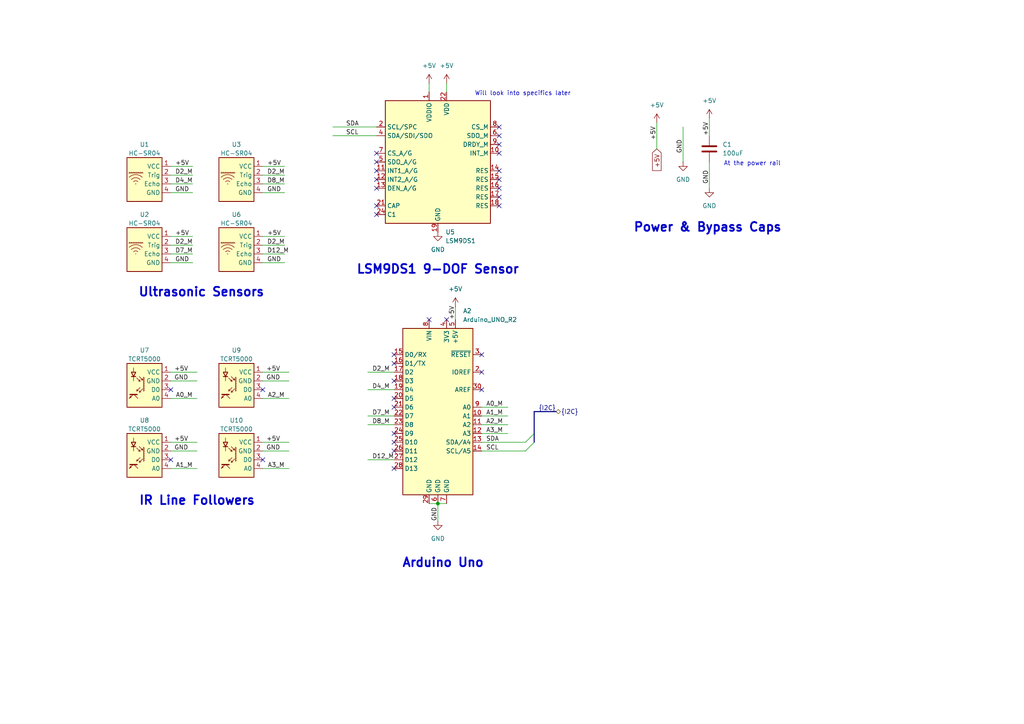
<source format=kicad_sch>
(kicad_sch (version 20231120) (generator "eeschema") (generator_version "8.0")
  (paper "A4")
  (lib_symbols
    (symbol "Device:C" (pin_numbers hide) (pin_names (offset 0.254))
      (property "Reference" "C" (at 0.635 2.54 0))
      (property "Value" "C" (at 0.635 -2.54 0))
      (symbol "C_0_1"
        (polyline (pts (xy -2.032 -0.762) (xy 2.032 -0.762)) (stroke (width 0.508)))
        (polyline (pts (xy -2.032 0.762) (xy 2.032 0.762)) (stroke (width 0.508)))
      )
      (symbol "C_1_1"
        (pin passive line (at 0 3.81 270) (length 2.794) (name "~") (number "1"))
        (pin passive line (at 0 -3.81 90) (length 2.794) (name "~") (number "2"))
      )
    )
    (symbol "HC-SR04_1"
      (property "Reference" "U" (at 0 0 0))
      (symbol "HC-SR04_1_0_1"
        (arc (start -1.905 -8.255) (mid -2.54 -7.992) (end -3.175 -8.255))
        (arc (start -1.27 -7.62) (mid -2.54 -7.0939) (end -3.81 -7.62))
        (arc (start -0.635 -6.985) (mid -2.54 -6.1959) (end -4.445 -6.985))
        (polyline (pts (xy -4.445 -5.715) (xy -4.191 -5.461)))
        (polyline (pts (xy -3.937 -5.715) (xy -3.683 -5.461)))
        (polyline (pts (xy -3.429 -5.715) (xy -3.175 -5.461)))
        (polyline (pts (xy -2.921 -5.715) (xy -2.667 -5.461)))
        (polyline (pts (xy -2.413 -5.715) (xy -2.159 -5.461)))
        (polyline (pts (xy -1.905 -5.715) (xy -1.651 -5.461)))
        (polyline (pts (xy -1.397 -5.715) (xy -1.143 -5.461)))
        (polyline (pts (xy -0.889 -5.715) (xy -0.635 -5.461)))
        (polyline (pts (xy -0.381 -5.715) (xy -4.572 -5.715)))
      )
      (symbol "HC-SR04_1_1_1"
        (rectangle (start -5.08 -1.27) (end 5.08 -13.97) (stroke (width 0.254) (color 132 0 0 1)) (fill (type background)))
        (circle (center -2.54 -8.89) (radius 0.0001) (stroke (width 0.254) (color 132 0 0 1)) (fill (type outline)))
        (pin power_in line (at 7.62 -3.81 180) (length 2.54) (name "VCC") (number "1"))
        (pin input line (at 7.62 -6.35 180) (length 2.54) (name "Trig") (number "2"))
        (pin output line (at 7.62 -8.89 180) (length 2.54) (name "Echo") (number "3"))
        (pin power_in line (at 7.62 -11.43 180) (length 2.54) (name "GND") (number "4"))
      )
    )
    (symbol "HC-SR04_2"
      (property "Reference" "U" (at 0 0 0))
      (symbol "HC-SR04_2_0_1"
        (arc (start -1.905 -8.255) (mid -2.54 -7.992) (end -3.175 -8.255))
        (arc (start -1.27 -7.62) (mid -2.54 -7.0939) (end -3.81 -7.62))
        (arc (start -0.635 -6.985) (mid -2.54 -6.1959) (end -4.445 -6.985))
        (polyline (pts (xy -4.445 -5.715) (xy -4.191 -5.461)))
        (polyline (pts (xy -3.937 -5.715) (xy -3.683 -5.461)))
        (polyline (pts (xy -3.429 -5.715) (xy -3.175 -5.461)))
        (polyline (pts (xy -2.921 -5.715) (xy -2.667 -5.461)))
        (polyline (pts (xy -2.413 -5.715) (xy -2.159 -5.461)))
        (polyline (pts (xy -1.905 -5.715) (xy -1.651 -5.461)))
        (polyline (pts (xy -1.397 -5.715) (xy -1.143 -5.461)))
        (polyline (pts (xy -0.889 -5.715) (xy -0.635 -5.461)))
        (polyline (pts (xy -0.381 -5.715) (xy -4.572 -5.715)))
      )
      (symbol "HC-SR04_2_1_1"
        (rectangle (start -5.08 -1.27) (end 5.08 -13.97) (stroke (width 0.254) (color 132 0 0 1)) (fill (type background)))
        (circle (center -2.54 -8.89) (radius 0.0001) (stroke (width 0.254) (color 132 0 0 1)) (fill (type outline)))
        (pin power_in line (at 7.62 -3.81 180) (length 2.54) (name "VCC") (number "1"))
        (pin input line (at 7.62 -6.35 180) (length 2.54) (name "Trig") (number "2"))
        (pin output line (at 7.62 -8.89 180) (length 2.54) (name "Echo") (number "3"))
        (pin power_in line (at 7.62 -11.43 180) (length 2.54) (name "GND") (number "4"))
      )
    )
    (symbol "HC-SR04_3"
      (property "Reference" "U" (at 0 0 0))
      (symbol "HC-SR04_3_0_1"
        (arc (start -1.905 -8.255) (mid -2.54 -7.992) (end -3.175 -8.255))
        (arc (start -1.27 -7.62) (mid -2.54 -7.0939) (end -3.81 -7.62))
        (arc (start -0.635 -6.985) (mid -2.54 -6.1959) (end -4.445 -6.985))
        (polyline (pts (xy -4.445 -5.715) (xy -4.191 -5.461)))
        (polyline (pts (xy -3.937 -5.715) (xy -3.683 -5.461)))
        (polyline (pts (xy -3.429 -5.715) (xy -3.175 -5.461)))
        (polyline (pts (xy -2.921 -5.715) (xy -2.667 -5.461)))
        (polyline (pts (xy -2.413 -5.715) (xy -2.159 -5.461)))
        (polyline (pts (xy -1.905 -5.715) (xy -1.651 -5.461)))
        (polyline (pts (xy -1.397 -5.715) (xy -1.143 -5.461)))
        (polyline (pts (xy -0.889 -5.715) (xy -0.635 -5.461)))
        (polyline (pts (xy -0.381 -5.715) (xy -4.572 -5.715)))
      )
      (symbol "HC-SR04_3_1_1"
        (rectangle (start -5.08 -1.27) (end 5.08 -13.97) (stroke (width 0.254) (color 132 0 0 1)) (fill (type background)))
        (circle (center -2.54 -8.89) (radius 0.0001) (stroke (width 0.254) (color 132 0 0 1)) (fill (type outline)))
        (pin power_in line (at 7.62 -3.81 180) (length 2.54) (name "VCC") (number "1"))
        (pin input line (at 7.62 -6.35 180) (length 2.54) (name "Trig") (number "2"))
        (pin output line (at 7.62 -8.89 180) (length 2.54) (name "Echo") (number "3"))
        (pin power_in line (at 7.62 -11.43 180) (length 2.54) (name "GND") (number "4"))
      )
    )
    (symbol "MCU_Module:Arduino_UNO_R2"
      (property "Reference" "A" (at -10.16 23.495 0))
      (property "Value" "Arduino_UNO_R2" (at 5.08 -26.67 0))
      (symbol "Arduino_UNO_R2_0_1"
        (rectangle (start -10.16 22.86) (end 10.16 -25.4) (stroke (width 0.254)) (fill (type background)))
      )
      (symbol "Arduino_UNO_R2_1_1"
        (pin no_connect line (at -10.16 -20.32 0) (length 2.54) hide (name "NC") (number "1"))
        (pin bidirectional line (at 12.7 -2.54 180) (length 2.54) (name "A1") (number "10"))
        (pin bidirectional line (at 12.7 -5.08 180) (length 2.54) (name "A2") (number "11"))
        (pin bidirectional line (at 12.7 -7.62 180) (length 2.54) (name "A3") (number "12"))
        (pin bidirectional line (at 12.7 -10.16 180) (length 2.54) (name "SDA/A4") (number "13"))
        (pin bidirectional line (at 12.7 -12.7 180) (length 2.54) (name "SCL/A5") (number "14"))
        (pin bidirectional line (at -12.7 15.24 0) (length 2.54) (name "D0/RX") (number "15"))
        (pin bidirectional line (at -12.7 12.7 0) (length 2.54) (name "D1/TX") (number "16"))
        (pin bidirectional line (at -12.7 10.16 0) (length 2.54) (name "D2") (number "17"))
        (pin bidirectional line (at -12.7 7.62 0) (length 2.54) (name "D3") (number "18"))
        (pin bidirectional line (at -12.7 5.08 0) (length 2.54) (name "D4") (number "19"))
        (pin output line (at 12.7 10.16 180) (length 2.54) (name "IOREF") (number "2"))
        (pin bidirectional line (at -12.7 2.54 0) (length 2.54) (name "D5") (number "20"))
        (pin bidirectional line (at -12.7 0 0) (length 2.54) (name "D6") (number "21"))
        (pin bidirectional line (at -12.7 -2.54 0) (length 2.54) (name "D7") (number "22"))
        (pin bidirectional line (at -12.7 -5.08 0) (length 2.54) (name "D8") (number "23"))
        (pin bidirectional line (at -12.7 -7.62 0) (length 2.54) (name "D9") (number "24"))
        (pin bidirectional line (at -12.7 -10.16 0) (length 2.54) (name "D10") (number "25"))
        (pin bidirectional line (at -12.7 -12.7 0) (length 2.54) (name "D11") (number "26"))
        (pin bidirectional line (at -12.7 -15.24 0) (length 2.54) (name "D12") (number "27"))
        (pin bidirectional line (at -12.7 -17.78 0) (length 2.54) (name "D13") (number "28"))
        (pin power_in line (at -2.54 -27.94 90) (length 2.54) (name "GND") (number "29"))
        (pin input line (at 12.7 15.24 180) (length 2.54) (name "~{RESET}") (number "3"))
        (pin input line (at 12.7 5.08 180) (length 2.54) (name "AREF") (number "30"))
        (pin power_out line (at 2.54 25.4 270) (length 2.54) (name "3V3") (number "4"))
        (pin power_out line (at 5.08 25.4 270) (length 2.54) (name "+5V") (number "5"))
        (pin power_in line (at 0 -27.94 90) (length 2.54) (name "GND") (number "6"))
        (pin power_in line (at 2.54 -27.94 90) (length 2.54) (name "GND") (number "7"))
        (pin power_in line (at -2.54 25.4 270) (length 2.54) (name "VIN") (number "8"))
        (pin bidirectional line (at 12.7 0 180) (length 2.54) (name "A0") (number "9"))
      )
    )
    (symbol "Sensor_Motion:LSM9DS1"
      (property "Reference" "U" (at -15.24 21.59 0))
      (property "Value" "LSM9DS1" (at -15.24 19.05 0))
      (symbol "LSM9DS1_0_1"
        (rectangle (start -15.24 17.78) (end 15.24 -17.78) (stroke (width 0.254)) (fill (type background)))
      )
      (symbol "LSM9DS1_1_1"
        (pin power_in line (at -2.54 20.32 270) (length 2.54) (name "VDDIO") (number "1"))
        (pin output line (at 17.78 2.54 180) (length 2.54) (name "INT_M") (number "10"))
        (pin output line (at -17.78 -2.54 0) (length 2.54) (name "INT1_A/G") (number "11"))
        (pin output line (at -17.78 -5.08 0) (length 2.54) (name "INT2_A/G") (number "12"))
        (pin input line (at -17.78 -7.62 0) (length 2.54) (name "DEN_A/G") (number "13"))
        (pin bidirectional line (at 17.78 -2.54 180) (length 2.54) (name "RES") (number "14"))
        (pin bidirectional line (at 17.78 -5.08 180) (length 2.54) (name "RES") (number "15"))
        (pin bidirectional line (at 17.78 -7.62 180) (length 2.54) (name "RES") (number "16"))
        (pin bidirectional line (at 17.78 -10.16 180) (length 2.54) (name "RES") (number "17"))
        (pin bidirectional line (at 17.78 -12.7 180) (length 2.54) (name "RES") (number "18"))
        (pin power_in line (at 0 -20.32 90) (length 2.54) (name "GND") (number "19"))
        (pin input line (at -17.78 10.16 0) (length 2.54) (name "SCL/SPC") (number "2"))
        (pin passive line (at 0 -20.32 90) (length 2.54) hide (name "GND") (number "20"))
        (pin passive line (at -17.78 -12.7 0) (length 2.54) (name "CAP") (number "21"))
        (pin power_in line (at 2.54 20.32 270) (length 2.54) (name "VDD") (number "22"))
        (pin passive line (at 2.54 20.32 270) (length 2.54) hide (name "VDD") (number "23"))
        (pin passive line (at -17.78 -15.24 0) (length 2.54) (name "C1") (number "24"))
        (pin passive line (at -2.54 20.32 270) (length 2.54) hide (name "VDDIO") (number "3"))
        (pin bidirectional line (at -17.78 7.62 0) (length 2.54) (name "SDA/SDI/SDO") (number "4"))
        (pin output line (at -17.78 0 0) (length 2.54) (name "SDO_A/G") (number "5"))
        (pin output line (at 17.78 7.62 180) (length 2.54) (name "SDO_M") (number "6"))
        (pin input line (at -17.78 2.54 0) (length 2.54) (name "CS_A/G") (number "7"))
        (pin input line (at 17.78 10.16 180) (length 2.54) (name "CS_M") (number "8"))
        (pin output line (at 17.78 5.08 180) (length 2.54) (name "DRDY_M") (number "9"))
      )
    )
    (symbol "power:+5V" (power) (pin_numbers hide) (pin_names (offset 0) hide)
      (property "Value" "+5V" (at 0 3.556 0))
      (symbol "+5V_0_1"
        (polyline (pts (xy -0.762 1.27) (xy 0 2.54)))
        (polyline (pts (xy 0 0) (xy 0 2.54)))
        (polyline (pts (xy 0 2.54) (xy 0.762 1.27)))
      )
      (symbol "+5V_1_1"
        (pin power_in line (at 0 0 90) (length 0) (name "~") (number "1"))
      )
    )
    (symbol "power:GND" (power) (pin_numbers hide) (pin_names (offset 0) hide)
      (property "Value" "GND" (at 0 -3.81 0))
      (symbol "GND_0_1"
        (polyline (pts (xy 0 0) (xy 0 -1.27) (xy 1.27 -1.27) (xy 0 -2.54) (xy -1.27 -1.27) (xy 0 -1.27)))
      )
      (symbol "GND_1_1"
        (pin power_in line (at 0 0 270) (length 0) (name "~") (number "1"))
      )
    )
    (symbol "symbol_lib:HC-SR04"
      (property "Reference" "U" (at 0 0 0))
      (symbol "HC-SR04_0_1"
        (arc (start -1.905 -8.255) (mid -2.54 -7.992) (end -3.175 -8.255))
        (arc (start -1.27 -7.62) (mid -2.54 -7.0939) (end -3.81 -7.62))
        (arc (start -0.635 -6.985) (mid -2.54 -6.1959) (end -4.445 -6.985))
        (polyline (pts (xy -4.445 -5.715) (xy -4.191 -5.461)))
        (polyline (pts (xy -3.937 -5.715) (xy -3.683 -5.461)))
        (polyline (pts (xy -3.429 -5.715) (xy -3.175 -5.461)))
        (polyline (pts (xy -2.921 -5.715) (xy -2.667 -5.461)))
        (polyline (pts (xy -2.413 -5.715) (xy -2.159 -5.461)))
        (polyline (pts (xy -1.905 -5.715) (xy -1.651 -5.461)))
        (polyline (pts (xy -1.397 -5.715) (xy -1.143 -5.461)))
        (polyline (pts (xy -0.889 -5.715) (xy -0.635 -5.461)))
        (polyline (pts (xy -0.381 -5.715) (xy -4.572 -5.715)))
      )
      (symbol "HC-SR04_1_1"
        (rectangle (start -5.08 -1.27) (end 5.08 -13.97) (stroke (width 0.254) (color 132 0 0 1)) (fill (type background)))
        (circle (center -2.54 -8.89) (radius 0.0001) (stroke (width 0.254) (color 132 0 0 1)) (fill (type outline)))
        (pin power_in line (at 7.62 -3.81 180) (length 2.54) (name "VCC") (number "1"))
        (pin input line (at 7.62 -6.35 180) (length 2.54) (name "Trig") (number "2"))
        (pin output line (at 7.62 -8.89 180) (length 2.54) (name "Echo") (number "3"))
        (pin power_in line (at 7.62 -11.43 180) (length 2.54) (name "GND") (number "4"))
      )
    )
    (symbol "symbol_lib:TCRT5000"
      (property "Reference" "U" (at 0 0 0))
      (symbol "TCRT5000_0_1"
        (polyline (pts (xy -3.81 -5.08) (xy -2.54 -5.08)) (stroke (width 0.254)))
        (polyline (pts (xy -3.302 -10.287) (xy -4.445 -11.43)))
        (polyline (pts (xy -3.175 -6.35) (xy -3.175 -5.08)))
        (polyline (pts (xy -3.175 -3.81) (xy -3.175 -2.54)))
        (polyline (pts (xy -3.048 -10.287) (xy -1.905 -11.43)))
        (polyline (pts (xy -2.286 -9.271) (xy -2.159 -8.763)))
        (polyline (pts (xy -1.524 -9.652) (xy -1.397 -9.144)))
        (polyline (pts (xy -1.27 -6.477) (xy -1.778 -6.35)))
        (polyline (pts (xy -0.508 -6.096) (xy -1.016 -5.969)))
        (polyline (pts (xy -0.254 -9.398) (xy -0.254 -5.207)))
        (polyline (pts (xy -0.254 -8.89) (xy 0 -9.144)))
        (polyline (pts (xy -0.254 -8.382) (xy 0 -8.636)))
        (polyline (pts (xy -0.254 -7.874) (xy 0 -8.128)))
        (polyline (pts (xy -0.254 -7.366) (xy 0 -7.62)))
        (polyline (pts (xy -0.254 -6.858) (xy 0 -7.112)))
        (polyline (pts (xy -0.254 -6.35) (xy 0 -6.604)))
        (polyline (pts (xy -0.254 -5.842) (xy 0 -6.096)))
        (polyline (pts (xy -0.254 -5.334) (xy 0 -5.588)))
        (polyline (pts (xy -2.286 -5.461) (xy -1.27 -6.477) (xy -1.397 -5.969)))
        (polyline (pts (xy -2.159 -10.287) (xy -4.191 -10.287) (xy -4.191 -10.287)) (stroke (width 0.3556)))
        (polyline (pts (xy -1.524 -5.08) (xy -0.508 -6.096) (xy -0.635 -5.588)))
        (polyline (pts (xy -1.27 -8.255) (xy -2.286 -9.271) (xy -1.778 -9.144)))
        (polyline (pts (xy -0.508 -8.636) (xy -1.524 -9.652) (xy -1.016 -9.525)))
        (polyline (pts (xy -4.318 -11.303) (xy -3.81 -11.049) (xy -4.064 -10.795) (xy -4.318 -11.303)))
        (polyline (pts (xy -3.175 -5.08) (xy -3.81 -3.81) (xy -2.54 -3.81) (xy -3.175 -5.08)) (stroke (width 0.254)))
      )
      (symbol "TCRT5000_1_1"
        (rectangle (start -5.08 -1.27) (end 5.08 -13.97) (stroke (width 0.254)) (fill (type background)))
        (pin power_in line (at 7.62 -3.81 180) (length 2.54) (name "VCC") (number "1"))
        (pin power_in line (at 7.62 -6.35 180) (length 2.54) (name "GND") (number "2"))
        (pin output line (at 7.62 -8.89 180) (length 2.54) (name "D0") (number "3"))
        (pin output line (at 7.62 -11.43 180) (length 2.54) (name "A0") (number "4"))
      )
    )
  )
  (bus_alias "I2C" (members "SDA" "SCL"))
  (junction (at 127 146.05))
  (no_connect (at 114.3 115.57))
  (no_connect (at 144.78 41.91))
  (no_connect (at 144.78 54.61))
  (no_connect (at 76.2 133.35))
  (no_connect (at 114.3 130.81))
  (no_connect (at 49.53 113.03))
  (no_connect (at 144.78 44.45))
  (no_connect (at 114.3 105.41))
  (no_connect (at 144.78 36.83))
  (no_connect (at 49.53 133.35))
  (no_connect (at 114.3 110.49))
  (no_connect (at 109.22 54.61))
  (no_connect (at 129.54 92.71))
  (no_connect (at 139.7 113.03))
  (no_connect (at 144.78 59.69))
  (no_connect (at 109.22 62.23))
  (no_connect (at 144.78 57.15))
  (no_connect (at 139.7 102.87))
  (no_connect (at 114.3 128.27))
  (no_connect (at 114.3 102.87))
  (no_connect (at 109.22 52.07))
  (no_connect (at 114.3 118.11))
  (no_connect (at 144.78 49.53))
  (no_connect (at 109.22 59.69))
  (no_connect (at 139.7 107.95))
  (no_connect (at 144.78 52.07))
  (no_connect (at 114.3 135.89))
  (no_connect (at 124.46 92.71))
  (no_connect (at 109.22 46.99))
  (no_connect (at 114.3 125.73))
  (no_connect (at 76.2 113.03))
  (no_connect (at 109.22 44.45))
  (no_connect (at 144.78 39.37))
  (no_connect (at 109.22 49.53))
  (bus_entry (at 152.4 128.27) (size 2.54 -2.54))
  (bus_entry (at 152.4 130.81) (size 2.54 -2.54))
  (wire (pts (xy 57.15 110.49) (xy 49.53 110.49)))
  (wire (pts (xy 55.88 53.34) (xy 49.53 53.34)))
  (wire (pts (xy 57.15 107.95) (xy 49.53 107.95)))
  (wire (pts (xy 127 146.05) (xy 129.54 146.05)))
  (wire (pts (xy 82.55 48.26) (xy 76.2 48.26)))
  (wire (pts (xy 82.55 76.2) (xy 76.2 76.2)))
  (wire (pts (xy 147.32 118.11) (xy 139.7 118.11)))
  (wire (pts (xy 205.74 54.61) (xy 205.74 46.99)))
  (wire (pts (xy 82.55 71.12) (xy 76.2 71.12)))
  (wire (pts (xy 83.82 107.95) (xy 76.2 107.95)))
  (wire (pts (xy 205.74 34.29) (xy 205.74 39.37)))
  (wire (pts (xy 55.88 71.12) (xy 49.53 71.12)))
  (wire (pts (xy 55.88 50.8) (xy 49.53 50.8)))
  (wire (pts (xy 127 151.13) (xy 127 146.05)))
  (wire (pts (xy 139.7 130.81) (xy 152.4 130.81)))
  (wire (pts (xy 57.15 115.57) (xy 49.53 115.57)))
  (bus (pts (xy 154.94 119.38) (xy 161.29 119.38)))
  (wire (pts (xy 147.32 123.19) (xy 139.7 123.19)))
  (wire (pts (xy 106.68 123.19) (xy 114.3 123.19)))
  (wire (pts (xy 82.55 55.88) (xy 76.2 55.88)))
  (wire (pts (xy 147.32 120.65) (xy 139.7 120.65)))
  (bus (pts (xy 154.94 125.73) (xy 154.94 128.27)))
  (wire (pts (xy 83.82 135.89) (xy 76.2 135.89)))
  (wire (pts (xy 106.68 120.65) (xy 114.3 120.65)))
  (wire (pts (xy 96.52 36.83) (xy 109.22 36.83)))
  (wire (pts (xy 83.82 110.49) (xy 76.2 110.49)))
  (wire (pts (xy 57.15 128.27) (xy 49.53 128.27)))
  (wire (pts (xy 129.54 24.13) (xy 129.54 26.67)))
  (bus (pts (xy 154.94 119.38) (xy 154.94 125.73)))
  (wire (pts (xy 132.08 88.9) (xy 132.08 92.71)))
  (wire (pts (xy 83.82 130.81) (xy 76.2 130.81)))
  (wire (pts (xy 124.46 24.13) (xy 124.46 26.67)))
  (wire (pts (xy 55.88 55.88) (xy 49.53 55.88)))
  (wire (pts (xy 106.68 113.03) (xy 114.3 113.03)))
  (wire (pts (xy 106.68 107.95) (xy 114.3 107.95)))
  (wire (pts (xy 55.88 48.26) (xy 49.53 48.26)))
  (wire (pts (xy 57.15 130.81) (xy 49.53 130.81)))
  (wire (pts (xy 82.55 50.8) (xy 76.2 50.8)))
  (wire (pts (xy 198.12 36.83) (xy 198.12 46.99)))
  (wire (pts (xy 147.32 125.73) (xy 139.7 125.73)))
  (wire (pts (xy 96.52 39.37) (xy 109.22 39.37)))
  (wire (pts (xy 124.46 146.05) (xy 127 146.05)))
  (wire (pts (xy 106.68 133.35) (xy 114.3 133.35)))
  (wire (pts (xy 57.15 135.89) (xy 49.53 135.89)))
  (wire (pts (xy 190.5 35.56) (xy 190.5 43.18)))
  (wire (pts (xy 83.82 115.57) (xy 76.2 115.57)))
  (wire (pts (xy 55.88 73.66) (xy 49.53 73.66)))
  (wire (pts (xy 55.88 68.58) (xy 49.53 68.58)))
  (wire (pts (xy 55.88 76.2) (xy 49.53 76.2)))
  (wire (pts (xy 82.55 73.66) (xy 76.2 73.66)))
  (wire (pts (xy 82.55 53.34) (xy 76.2 53.34)))
  (wire (pts (xy 139.7 128.27) (xy 152.4 128.27)))
  (wire (pts (xy 83.82 128.27) (xy 76.2 128.27)))
  (wire (pts (xy 82.55 68.58) (xy 76.2 68.58)))
  (text "At the power rail" (at 218.186 47.498 0) (effects (font (size 1.27 1.27))))
  (text "Will look into specifics later" (at 151.638 27.178 0) (effects (font (size 1.27 1.27))))
  (text "IR Line Followers" (at 57.15 145.288 0) (effects (font (size 2.54 2.54) (thickness 0.508) (bold yes))))
  (text "Ultrasonic Sensors" (at 58.42 84.836 0) (effects (font (size 2.54 2.54) (thickness 0.508) (bold yes))))
  (text "Power & Bypass Caps" (at 205.232 66.04 0) (effects (font (size 2.54 2.54) (thickness 0.508) (bold yes))))
  (text "Arduino Uno" (at 128.524 163.322 0) (effects (font (size 2.54 2.54) (thickness 0.508) (bold yes))))
  (text "LSM9DS1 9-DOF Sensor" (at 127 78.232 0) (effects (font (size 2.54 2.54) (thickness 0.508) (bold yes))))
  (label "+5V" (at 54.61 128.27 180))
  (label "GND" (at 81.28 130.81 180))
  (label "+5V" (at 50.8 68.58 0))
  (label "GND" (at 127 151.13 90))
  (label "GND" (at 205.74 53.34 90))
  (label "GND" (at 77.47 55.88 0))
  (label "+5V" (at 54.61 107.95 180))
  (label "+5V" (at 77.47 48.26 0))
  (label "GND" (at 77.47 76.2 0))
  (label "+5V" (at 50.8 48.26 0))
  (label "D12_M" (at 107.95 133.35 0))
  (label "A2_M" (at 82.55 115.57 180))
  (label "GND" (at 198.12 44.45 90))
  (label "GND" (at 81.28 110.49 180))
  (label "GND" (at 50.8 55.88 0))
  (label "{I2C}" (at 156.21 119.38 0))
  (label "D2_M" (at 50.8 71.12 0))
  (label "A0_M" (at 55.88 115.57 180))
  (label "D8_M" (at 77.47 53.34 0))
  (label "A3_M" (at 82.55 135.89 180))
  (label "D7_M" (at 50.8 73.66 0))
  (label "A2_M" (at 140.97 123.19 0))
  (label "GND" (at 54.61 110.49 180))
  (label "D8_M" (at 107.95 123.19 0))
  (label "D2_M" (at 77.47 71.12 0))
  (label "A1_M" (at 55.88 135.89 180))
  (label "GND" (at 54.61 130.81 180))
  (label "A0_M" (at 140.97 118.11 0))
  (label "D2_M" (at 77.47 50.8 0))
  (label "SDA" (at 140.97 128.27 0))
  (label "D4_M" (at 50.8 53.34 0))
  (label "SDA" (at 100.33 36.83 0))
  (label "GND" (at 50.8 76.2 0))
  (label "SCL" (at 140.97 130.81 0))
  (label "SCL" (at 100.33 39.37 0))
  (label "D12_M" (at 77.47 73.66 0))
  (label "+5V" (at 81.28 107.95 180))
  (label "+5V" (at 205.74 39.37 90))
  (label "+5V" (at 77.47 68.58 0))
  (label "+5V" (at 132.08 92.71 90))
  (label "D2_M" (at 50.8 50.8 0))
  (label "D7_M" (at 107.95 120.65 0))
  (label "A1_M" (at 140.97 120.65 0))
  (label "+5V" (at 190.5 40.64 90))
  (label "D2_M" (at 107.95 107.95 0))
  (label "D4_M" (at 107.95 113.03 0))
  (label "+5V" (at 81.28 128.27 180))
  (label "A3_M" (at 140.97 125.73 0))
  (global_label "+5V" (shape input) (at 190.5 43.18 270) (property "Intersheetrefs" "${INTERSHEET_REFS}" (effects (hide yes))))
  (hierarchical_label "{I2C}" (shape bidirectional) (at 161.29 119.38 0))
  (symbol (lib_id "power:+5V") (at 129.54 24.13 0) (unit 1)
    (property "Reference" "#PWR010" (effects (hide yes)))
    (property "Value" "+5V" (at 129.54 19.05 0))
    (property "Description" "Power symbol creates a global label with name \"+5V\"" (effects (hide yes)))
  )
  (symbol (lib_name "HC-SR04_1") (lib_id "symbol_lib:HC-SR04") (at 41.91 44.45 0) (unit 1)
    (property "Reference" "U1" (at 41.91 41.91 0))
    (property "Value" "HC-SR04" (at 41.91 44.45 0))
  )
  (symbol (lib_id "symbol_lib:HC-SR04") (at 68.58 64.77 0) (unit 1)
    (property "Reference" "U6" (at 68.58 62.23 0))
    (property "Value" "HC-SR04" (at 68.58 64.77 0))
  )
  (symbol (lib_id "power:GND") (at 127 67.31 0) (unit 1)
    (property "Reference" "#PWR050" (effects (hide yes)))
    (property "Value" "GND" (at 127 72.39 0))
    (property "Description" "Power symbol creates a global label with name \"GND\" , ground" (effects (hide yes)))
  )
  (symbol (lib_id "symbol_lib:TCRT5000") (at 68.58 124.46 0) (unit 1)
    (property "Reference" "U10" (at 68.58 121.92 0))
    (property "Value" "TCRT5000" (at 68.58 124.46 0))
  )
  (symbol (lib_name "HC-SR04_2") (lib_id "symbol_lib:HC-SR04") (at 68.58 44.45 0) (unit 1)
    (property "Reference" "U3" (at 68.58 41.91 0))
    (property "Value" "HC-SR04" (at 68.58 44.45 0))
  )
  (symbol (lib_id "power:GND") (at 127 151.13 0) (unit 1)
    (property "Reference" "#PWR01" (effects (hide yes)))
    (property "Value" "GND" (at 127 156.21 0))
    (property "Description" "Power symbol creates a global label with name \"GND\" , ground" (effects (hide yes)))
  )
  (symbol (lib_id "MCU_Module:Arduino_UNO_R2") (at 127 118.11 0) (unit 1)
    (property "Reference" "A2" (at 134.2741 90.17 0) (effects (justify left)))
    (property "Value" "Arduino_UNO_R2" (at 134.2741 92.71 0) (effects (justify left)))
    (property "Footprint" "Module:Arduino_UNO_R2" (effects (hide yes)))
    (property "Datasheet" "https://www.arduino.cc/en/Main/arduinoBoardUno" (effects (hide yes)))
    (property "Description" "Arduino UNO Microcontroller Module, release 2" (effects (hide yes)))
  )
  (symbol (lib_id "power:+5V") (at 190.5 35.56 0) (unit 1)
    (property "Reference" "#PWR048" (effects (hide yes)))
    (property "Value" "+5V" (at 190.5 30.48 0))
    (property "Description" "Power symbol creates a global label with name \"+5V\"" (effects (hide yes)))
  )
  (symbol (lib_id "symbol_lib:TCRT5000") (at 41.91 104.14 0) (unit 1)
    (property "Reference" "U7" (at 41.91 101.6 0))
    (property "Value" "TCRT5000" (at 41.91 104.14 0))
  )
  (symbol (lib_id "Device:C") (at 205.74 43.18 0) (unit 1)
    (property "Reference" "C1" (at 209.55 41.9099 0) (effects (justify left)))
    (property "Value" "100uF" (at 209.55 44.4499 0) (effects (justify left)))
    (property "Description" "Aluminum electrolytic capacitor" (effects (hide yes)))
  )
  (symbol (lib_id "power:+5V") (at 124.46 24.13 0) (unit 1)
    (property "Reference" "#PWR09" (effects (hide yes)))
    (property "Value" "+5V" (at 124.46 19.05 0))
    (property "Description" "Power symbol creates a global label with name \"+5V\"" (effects (hide yes)))
  )
  (symbol (lib_name "HC-SR04_3") (lib_id "symbol_lib:HC-SR04") (at 41.91 64.77 0) (unit 1)
    (property "Reference" "U2" (at 41.91 62.23 0))
    (property "Value" "HC-SR04" (at 41.91 64.77 0))
  )
  (symbol (lib_id "Sensor_Motion:LSM9DS1") (at 127 46.99 0) (unit 1)
    (property "Reference" "U5" (at 129.1941 67.31 0) (effects (justify left)))
    (property "Value" "LSM9DS1" (at 129.1941 69.85 0) (effects (justify left)))
    (property "Footprint" "Package_LGA:LGA-24L_3x3.5mm_P0.43mm" (effects (hide yes)))
    (property "Datasheet" "https://www.digikey.com/htmldatasheets/production/1639232/0/0/1/LSM9DS1-Datasheet.pdf" (effects (hide yes)))
    (property "Description" "I2C SPI 9 axis IMU accelerometer gyroscope magnetometer" (effects (hide yes)))
  )
  (symbol (lib_id "power:+5V") (at 132.08 88.9 0) (unit 1)
    (property "Reference" "#PWR02" (effects (hide yes)))
    (property "Value" "+5V" (at 132.08 83.82 0))
    (property "Description" "Power symbol creates a global label with name \"+5V\"" (effects (hide yes)))
  )
  (symbol (lib_id "power:GND") (at 205.74 54.61 0) (unit 1)
    (property "Reference" "#PWR06" (effects (hide yes)))
    (property "Value" "GND" (at 205.74 59.69 0))
    (property "Description" "Power symbol creates a global label with name \"GND\" , ground" (effects (hide yes)))
  )
  (symbol (lib_id "power:+5V") (at 205.74 34.29 0) (unit 1)
    (property "Reference" "#PWR05" (effects (hide yes)))
    (property "Value" "+5V" (at 205.74 29.21 0))
    (property "Description" "Power symbol creates a global label with name \"+5V\"" (effects (hide yes)))
  )
  (symbol (lib_id "symbol_lib:TCRT5000") (at 68.58 104.14 0) (unit 1)
    (property "Reference" "U9" (at 68.58 101.6 0))
    (property "Value" "TCRT5000" (at 68.58 104.14 0))
  )
  (symbol (lib_id "symbol_lib:TCRT5000") (at 41.91 124.46 0) (unit 1)
    (property "Reference" "U8" (at 41.91 121.92 0))
    (property "Value" "TCRT5000" (at 41.91 124.46 0))
  )
  (symbol (lib_id "power:GND") (at 198.12 46.99 0) (unit 1)
    (property "Reference" "#PWR049" (effects (hide yes)))
    (property "Value" "GND" (at 198.12 52.07 0))
    (property "Description" "Power symbol creates a global label with name \"GND\" , ground" (effects (hide yes)))
  )
)
</source>
